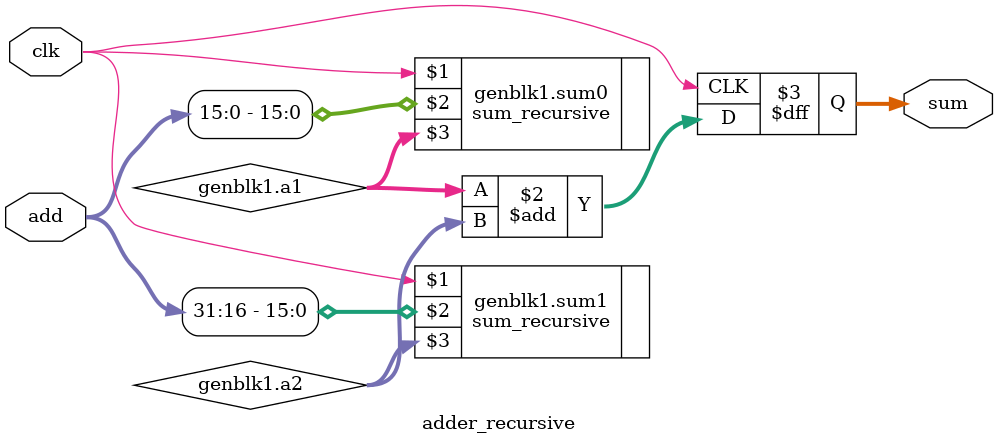
<source format=v>
module adder_recursive(clk, add, sum);

parameter n = 4;
parameter width = 8;

input clk;
input [n * width - 1:0]add;
output reg [$clog2(n) + width - 1:0] sum;

generate

  // base case
  if(n == 1)
	always @(*) sum = add;
  else begin
        // first half
	wire [$clog2(n/2) + width -1:0] a1;
        //second half
	wire [$clog2(n-n/2) + width -1:0] a2;
        // instanciate
	sum_recursive#(n/2, width) sum0 (clk, add[(n/2)*width - 1:0], a1);
	sum_recursive#(n-n/2, width) sum1 (clk, add[n*width - 1:(n/2)*width], a2);
        // flop for holding the value
	always@(posedge clk) sum <= a1 + a2;
  end
endgenerate


endmodule

</source>
